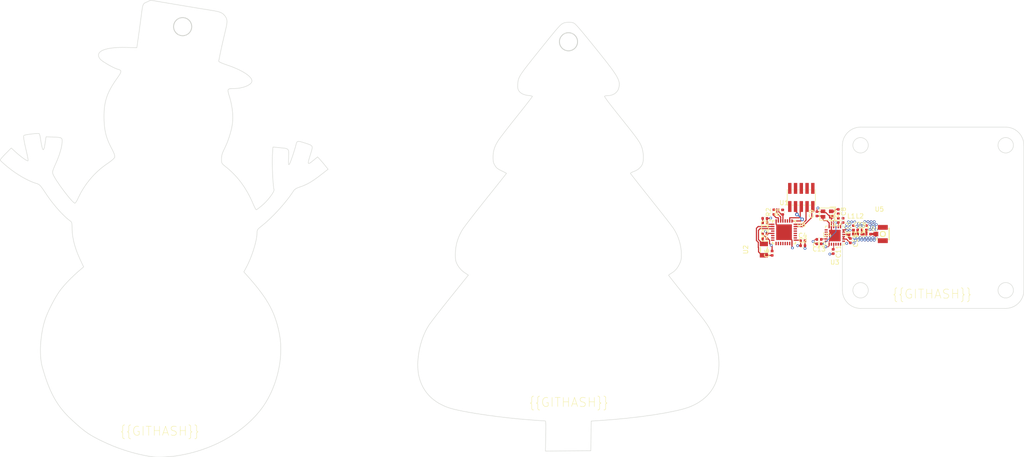
<source format=kicad_pcb>
(kicad_pcb (version 20221018) (generator pcbnew)
  (layers (0 "F.Cu" signal) (31 "B.Cu" signal) (34 "B.Paste" user) (35 "F.Paste" user) (36 "B.SilkS" user "B.Silkscreen") (37 "F.SilkS" user "F.Silkscreen") (38 "B.Mask" user) (39 "F.Mask" user) (44 "Edge.Cuts" user))
  (net 0 "")
  (net 1 "gnd")
  (net 2 "ph3_boot0")
  (net 3 "rx")
  (net 4 "tx")
  (net 5 "pb5")
  (net 6 "io-2")
  (net 7 "tdo")
  (net 8 "tdi")
  (net 9 "tck")
  (net 10 "tms")
  (net 11 "pa12")
  (net 12 "io-1")
  (net 13 "sda")
  (net 14 "scl")
  (net 15 "io")
  (net 16 "vcc")
  (net 17 "pb1")
  (net 18 "pb0")
  (net 19 "mosi")
  (net 20 "miso")
  (net 21 "sck")
  (net 22 "cs")
  (net 23 "pa3")
  (net 24 "pa2")
  (net 25 "pa1")
  (net 26 "pa0_ck_in")
  (net 27 "nrst")
  (net 28 "pc15_osc32_out")
  (net 29 "pc14_osc32_in")
  (net 30 "vcc-2")
  (net 31 "vcc-3")
  (net 32 "xta")
  (net 33 "xtb")
  (net 34 "dcc_sw")
  (net 35 "io-3")
  (net 36 "xin")
  (net 37 "gnd-2")
  (net 38 "xout")
  (net 39 "vcc-5")
  (net 40 "vcc-6")
  (net 41 "gnd-3")
  (net 42 "reset")
  (net 43 "_7")
  (net 44 "vcc-1")
  (footprint "lib:C0402" (layer "F.Cu") (at 221.754179 98.371427 90)
    (fp_text reference "C14")
    (fp_text value "50V 10nF X7R ±10% 0402  Multilayer Ceramic Capacitors MLCC - SMD/SMT ROHS")
  )
  (footprint "lib:FC-135R_L3.2-W1.5" (layer "F.Cu") (at 204.304204 104.814827 90)
    (fp_text reference "U2")
    (fp_text value "")
  )
  (footprint "lib:IPEX-SMD_BWIPX-1-001E" (layer "F.Cu") (at 229.762029 101.377436)
    (fp_text reference "U5")
    (fp_text value "")
  )
  (footprint "lib:C0402" (layer "F.Cu") (at 220.706769 98.365769 90)
    (fp_text reference "C10")
    (fp_text value "10V 470nF X5R ±10% 0402  Multilayer Ceramic Capacitors MLCC - SMD/SMT ROHS")
  )
  (footprint "lib:C0402" (layer "F.Cu") (at 204.49664 102.386488)
    (fp_text reference "C7")
    (fp_text value "50V 13pF C0G ±2% 0402  Multilayer Ceramic Capacitors MLCC - SMD/SMT ROHS")
  )
  (footprint "lib:R0402" (layer "F.Cu") (at 208.432522 96.552156 90)
    (fp_text reference "R1")
    (fp_text value "Chip Resistor - Surface Mount 330Ohms ±5% 1/16W 0402 RoHS")
  )
  (footprint "lib:C0402" (layer "F.Cu") (at 216.467276 103.545696 180)
    (fp_text reference "C13")
    (fp_text value "50V 10nF X7R ±10% 0402  Multilayer Ceramic Capacitors MLCC - SMD/SMT ROHS")
  )
  (footprint "lib:C0402" (layer "F.Cu") (at 220.701241 96.411197 -90)
    (fp_text reference "C8")
    (fp_text value "Multilayer Ceramic Capacitors MLCC - SMD/SMT 10pF 50V 0402 RoHS")
  )
  (footprint "lib:C0402" (layer "F.Cu") (at 225.472825 100.455006)
    (fp_text reference "C18")
    (fp_text value "50V 1pF C0G 0402  Multilayer Ceramic Capacitors MLCC - SMD/SMT ROHS")
  )
  (footprint "lib:C0402" (layer "F.Cu") (at 227.327373 101.409968)
    (fp_text reference "C19")
    (fp_text value "50V 100pF C0G ±5% 0402  Multilayer Ceramic Capacitors MLCC - SMD/SMT ROHS")
  )
  (footprint "lib:L0402" (layer "F.Cu") (at 223.551013 101.435824)
    (fp_text reference "L1")
    (fp_text value "")
  )
  (footprint "lib:C0402" (layer "F.Cu") (at 204.512047 97.927696 180)
    (fp_text reference "C5")
    (fp_text value "50V 10nF X7R ±10% 0402  Multilayer Ceramic Capacitors MLCC - SMD/SMT ROHS")
  )
  (footprint "lib:C0402" (layer "F.Cu") (at 226.898607 99.992821 90)
    (fp_text reference "C17")
    (fp_text value "Multilayer Ceramic Capacitors MLCC - SMD/SMT 1.2pF 50V 0402 RoHS")
  )
  (footprint "lib:L0402" (layer "F.Cu") (at 225.443771 101.425187)
    (fp_text reference "L2")
    (fp_text value "")
  )
  (footprint "lib:QFN-24_L4.0-W4.0-P0.50-BL-EP2.6" (layer "F.Cu") (at 219.946765 101.714662 180)
    (fp_text reference "U3")
    (fp_text value "")
  )
  (footprint "lib:OSC-SMD_4P-L2.0-W1.6-BL" (layer "F.Cu") (at 218.251088 96.969714 180)
    (fp_text reference "U4")
    (fp_text value "")
  )
  (footprint "lib:C0402" (layer "F.Cu") (at 216.005828 96.923669 90)
    (fp_text reference "C9")
    (fp_text value "Multilayer Ceramic Capacitors MLCC - SMD/SMT 10pF 50V 0402 RoHS")
  )
  (footprint "lib:UFQFPN-32_L5.0-W5.0-P0.50-TL-EP3.5" (layer "F.Cu") (at 208.746943 100.981884)
    (fp_text reference "U1")
    (fp_text value "")
  )
  (footprint "lib:C0402" (layer "F.Cu") (at 224.04769 100.010529 90)
    (fp_text reference "C16")
    (fp_text value "Multilayer Ceramic Capacitors MLCC - SMD/SMT 1.2pF 50V 0402 RoHS")
  )
  (footprint "lib:C0402" (layer "F.Cu") (at 219.580113 105.233726 -90)
    (fp_text reference "C11")
    (fp_text value "Multilayer Ceramic Capacitors MLCC - SMD/SMT 100nF 10V 0402 RoHS")
  )
  (footprint "lib:C0402" (layer "F.Cu") (at 212.891609 103.957462)
    (fp_text reference "C2")
    (fp_text value "Multilayer Ceramic Capacitors MLCC - SMD/SMT 100nF 10V 0402 RoHS")
  )
  (footprint "lib:C0402" (layer "F.Cu") (at 216.471718 102.571688 180)
    (fp_text reference "C12")
    (fp_text value "Multilayer Ceramic Capacitors MLCC - SMD/SMT 100nF 10V 0402 RoHS")
  )
  (footprint "lib:C0402" (layer "F.Cu") (at 204.523279 98.890028 180)
    (fp_text reference "C3")
    (fp_text value "Multilayer Ceramic Capacitors MLCC - SMD/SMT 1uF 6.3V 0402 RoHS")
  )
  (footprint "lib:HDR-SMD_10P-P1.27-V-M-R2-C5-LS5.3" (layer "F.Cu") (at 212.554272 93.305237 180)
    (fp_text reference "U6")
    (fp_text value "")
  )
  (footprint "lib:C0402" (layer "F.Cu") (at 223.366959 102.852287 -90)
    (fp_text reference "C15")
    (fp_text value "50V 1pF C0G 0402  Multilayer Ceramic Capacitors MLCC - SMD/SMT ROHS")
  )
  (footprint "lib:C0402" (layer "F.Cu") (at 204.504994 101.367282 180)
    (fp_text reference "C1")
    (fp_text value "10V 4.7uF X5R ±20% 0402  Multilayer Ceramic Capacitors MLCC - SMD/SMT ROHS")
  )
  (footprint "lib:C0402" (layer "F.Cu") (at 212.88 102.87)
    (fp_text reference "C4")
    (fp_text value "Multilayer Ceramic Capacitors MLCC - SMD/SMT 100nF 10V 0402 RoHS")
  )
  (footprint "lib:C0402" (layer "F.Cu") (at 206.116962 105.611679 90)
    (fp_text reference "C6")
    (fp_text value "50V 13pF C0G ±2% 0402  Multilayer Ceramic Capacitors MLCC - SMD/SMT ROHS")
  )
  (footprint "lib:R0402" (layer "F.Cu") (at 206.516044 96.5282 90)
    (fp_text reference "R2")
    (fp_text value "Chip Resistor - Surface Mount 10KOhms ±5% 1/16W 0402 RoHS")
  )
  (gr_circle (center 225.62 81.79) (end 227.32 81.79) (stroke (width 0.1)) (fill none) (layer "Edge.Cuts"))
  (gr_circle (center 257.62 113.79) (end 259.32 113.79) (stroke (width 0.1)) (fill none) (layer "Edge.Cuts"))
  (gr_circle (center 257.62 81.79) (end 259.32 81.79) (stroke (width 0.1)) (fill none) (layer "Edge.Cuts"))
  (gr_poly (pts (xy 75.142222 50.797022) (xy 79.756606 51.568267) (xy 82.366969 51.99203) (xy 83.019066 52.095762) (xy 83.303876 52.146979) (xy 83.563537 52.198618) (xy 83.799806 52.251323) (xy 84.01444 52.305736) (xy 84.209196 52.362498) (xy 84.385831 52.422252) (xy 84.546102 52.485641) (xy 84.691766 52.553306) (xy 84.824581 52.62589) (xy 84.946303 52.704035) (xy 85.05869 52.788383) (xy 85.163499 52.879577) (xy 85.262486 52.978258) (xy 85.357409 53.08507) (xy 85.479286 53.234958) (xy 85.586233 53.378736) (xy 85.634185 53.44915) (xy 85.678498 53.519015) (xy 85.719202 53.588656) (xy 85.75633 53.658402) (xy 85.789911 53.728576) (xy 85.819976 53.799506) (xy 85.846558 53.871517) (xy 85.869686 53.944936) (xy 85.889392 54.020089) (xy 85.905707 54.097301) (xy 85.918662 54.176899) (xy 85.928287 54.259209) (xy 85.934615 54.344557) (xy 85.937675 54.433269) (xy 85.937499 54.525672) (xy 85.934119 54.62209) (xy 85.927564 54.722851) (xy 85.917866 54.82828) (xy 85.889166 55.054449) (xy 85.848266 55.303204) (xy 85.795414 55.577155) (xy 85.730859 55.878909) (xy 85.654849 56.211077) (xy 84.878546 59.55341) (xy 84.657875 60.550977) (xy 84.450892 61.532488) (xy 84.331406 62.116419) (xy 84.229648 62.629765) (xy 84.15639 63.017063) (xy 84.122409 63.222849) (xy 84.123062 63.236814) (xy 84.127967 63.251873) (xy 84.137065 63.268001) (xy 84.150302 63.285171) (xy 84.167619 63.303357) (xy 84.188962 63.322534) (xy 84.214273 63.342674) (xy 84.243497 63.363751) (xy 84.313454 63.408613) (xy 84.398381 63.456909) (xy 84.497828 63.50843) (xy 84.611342 63.562966) (xy 84.738473 63.620306) (xy 84.878767 63.680241) (xy 85.031775 63.742561) (xy 85.197043 63.807056) (xy 85.374121 63.873515) (xy 85.562558 63.94173) (xy 85.7619 64.011489) (xy 85.971698 64.082583) (xy 86.585981 64.296029) (xy 87.172975 64.516947) (xy 87.730729 64.744054) (xy 88.257293 64.976069) (xy 88.75072 65.211708) (xy 89.209058 65.449689) (xy 89.63036 65.68873) (xy 90.012676 65.927548) (xy 90.354056 66.16486) (xy 90.652552 66.399385) (xy 90.906214 66.629839) (xy 91.113092 66.85494) (xy 91.271238 67.073405) (xy 91.378702 67.283953) (xy 91.412819 67.385857) (xy 91.433535 67.485301) (xy 91.440605 67.582123) (xy 91.433787 67.676165) (xy 91.41712 67.753004) (xy 91.390362 67.829368) (xy 91.35383 67.905131) (xy 91.307839 67.980165) (xy 91.252707 68.054343) (xy 91.188749 68.12754) (xy 91.116281 68.199626) (xy 91.03562 68.270477) (xy 90.947082 68.339964) (xy 90.850984 68.407961) (xy 90.747641 68.47434) (xy 90.637371 68.538975) (xy 90.520488 68.601739) (xy 90.39731 68.662505) (xy 90.268153 68.721145) (xy 90.133332 68.777534) (xy 89.993165 68.831543) (xy 89.847967 68.883047) (xy 89.543745 68.978027) (xy 89.223197 69.06146) (xy 88.888852 69.132329) (xy 88.54324 69.189618) (xy 88.188892 69.232313) (xy 88.009232 69.24787) (xy 87.828337 69.259397) (xy 87.646523 69.266767) (xy 87.464106 69.269854) (xy 87.202959 69.272042) (xy 86.97453 69.277492) (xy 86.777472 69.288473) (xy 86.690288 69.296746) (xy 86.610443 69.307253) (xy 86.537768 69.320276) (xy 86.472096 69.3361) (xy 86.413258 69.355009) (xy 86.361087 69.377285) (xy 86.315414 69.403211) (xy 86.276071 69.433073) (xy 86.24289 69.467154) (xy 86.215703 69.505736) (xy 86.194342 69.549103) (xy 86.178638 69.59754) (xy 86.168424 69.65133) (xy 86.163532 69.710755) (xy 86.163793 69.776101) (xy 86.169039 69.847649) (xy 86.179102 69.925685) (xy 86.193814 70.010491) (xy 86.236514 70.20155) (xy 86.295792 70.423093) (xy 86.370304 70.677389) (xy 86.458705 70.966708) (xy 86.582128 71.384478) (xy 86.694998 71.803093) (xy 86.797211 72.221567) (xy 86.888665 72.638919) (xy 86.969257 73.054166) (xy 87.038885 73.466323) (xy 87.097447 73.874409) (xy 87.144838 74.277439) (xy 87.180958 74.674432) (xy 87.205702 75.064404) (xy 87.21897 75.446371) (xy 87.220657 75.819352) (xy 87.210662 76.182361) (xy 87.188881 76.534418) (xy 87.155212 76.874538) (xy 87.109553 77.201739) (xy 86.986123 77.871628) (xy 86.830027 78.558912) (xy 86.643845 79.255662) (xy 86.430157 79.953949) (xy 86.19154 80.645848) (xy 85.930575 81.323429) (xy 85.649841 81.978766) (xy 85.351916 82.60393) (xy 85.189192 82.938586) (xy 85.118752 83.093315) (xy 85.055229 83.240939) (xy 84.998352 83.382431) (xy 84.947849 83.518761) (xy 84.903447 83.650903) (xy 84.864875 83.779828) (xy 84.831859 83.906506) (xy 84.804129 84.031911) (xy 84.781412 84.157013) (xy 84.763435 84.282785) (xy 84.749927 84.410197) (xy 84.740615 84.540223) (xy 84.735228 84.673833) (xy 84.733493 84.811999) (xy 84.736223 85.129082) (xy 84.741369 85.261496) (xy 84.750575 85.379459) (xy 84.764997 85.485194) (xy 84.774524 85.534172) (xy 84.785789 85.580928) (xy 84.798934 85.625739) (xy 84.814106 85.668884) (xy 84.831447 85.710641) (xy 84.851104 85.751288) (xy 84.873219 85.791103) (xy 84.897937 85.830364) (xy 84.925403 85.869349) (xy 84.955761 85.908337) (xy 84.989155 85.947605) (xy 85.02573 85.987432) (xy 85.109 86.069873) (xy 85.206725 86.157886) (xy 85.320061 86.253696) (xy 85.598185 86.477602) (xy 86.096863 86.886277) (xy 86.577755 87.306529) (xy 87.04138 87.739064) (xy 87.488258 88.184586) (xy 87.918909 88.6438) (xy 88.333852 89.117412) (xy 88.733607 89.606125) (xy 89.118694 90.110646) (xy 89.489632 90.631678) (xy 89.846941 91.169927) (xy 90.19114 91.726098) (xy 90.52275 92.300895) (xy 90.84229 92.895024) (xy 91.150279 93.509189) (xy 91.447237 94.144095) (xy 91.733683 94.800448) (xy 91.84059 95.047283) (xy 91.945802 95.277558) (xy 92.046625 95.486234) (xy 92.140364 95.668271) (xy 92.224324 95.818627) (xy 92.295813 95.932265) (xy 92.326039 95.973739) (xy 92.352136 96.004143) (xy 92.373767 96.022848) (xy 92.382804 96.027616) (xy 92.390597 96.029223) (xy 92.399173 96.028006) (xy 92.410522 96.024397) (xy 92.441219 96.010237) (xy 92.482045 95.987221) (xy 92.53236 95.955824) (xy 92.591521 95.916524) (xy 92.658887 95.869798) (xy 92.815666 95.755976) (xy 92.997564 95.618173) (xy 93.199447 95.460204) (xy 93.416182 95.285885) (xy 93.642634 95.099032) (xy 93.891007 94.882848) (xy 94.141366 94.648628) (xy 94.390948 94.400061) (xy 94.636991 94.140836) (xy 94.87673 93.874641) (xy 95.107403 93.605164) (xy 95.326247 93.336095) (xy 95.530498 93.071122) (xy 95.717394 92.813933) (xy 95.884171 92.568218) (xy 96.028066 92.337665) (xy 96.146316 92.125962) (xy 96.236159 91.936798) (xy 96.294829 91.773863) (xy 96.311612 91.703383) (xy 96.319566 91.640844) (xy 96.318345 91.586706) (xy 96.307605 91.54143) (xy 96.264441 91.378418) (xy 96.221593 91.121805) (xy 96.138989 90.373142) (xy 96.064068 89.386161) (xy 96.001109 88.251583) (xy 95.954389 87.060129) (xy 95.928186 85.902519) (xy 95.926777 84.869474) (xy 95.95444 84.051714) (xy 96.07471 82.177477) (xy 97.36716 82.304781) (xy 98.13507 82.379263) (xy 98.441266 82.413109) (xy 98.700599 82.449744) (xy 98.916803 82.492956) (xy 99.009898 82.518212) (xy 99.09361 82.546534) (xy 99.168406 82.578395) (xy 99.234753 82.614268) (xy 99.293117 82.654627) (xy 99.343964 82.699946) (xy 99.387763 82.750698) (xy 99.424978 82.807357) (xy 99.456076 82.870396) (xy 99.481525 82.94029) (xy 99.501791 83.017511) (xy 99.51734 83.102533) (xy 99.536155 83.297877) (xy 99.541702 83.530109) (xy 99.537716 83.803018) (xy 99.51607 84.486025) (xy 99.501811 85.019341) (xy 99.495778 85.429631) (xy 99.49953 85.727933) (xy 99.505563 85.838537) (xy 99.514626 85.925284) (xy 99.526915 85.989553) (xy 99.542625 86.032723) (xy 99.551823 86.046828) (xy 99.56195 86.056175) (xy 99.573029 86.060938) (xy 99.585085 86.061289) (xy 99.612224 86.049443) (xy 99.643564 86.022019) (xy 99.679299 85.980395) (xy 99.719623 85.925951) (xy 99.770963 85.835961) (xy 99.83738 85.6921) (xy 100.00736 85.267042) (xy 100.213404 84.699332) (xy 100.439353 84.037526) (xy 100.669049 83.330178) (xy 100.886332 82.625845) (xy 101.075044 81.973082) (xy 101.219027 81.420443) (xy 101.232451 81.367288) (xy 101.246658 81.317349) (xy 101.261814 81.270604) (xy 101.278084 81.227032) (xy 101.295634 81.186611) (xy 101.314631 81.149321) (xy 101.33524 81.115138) (xy 101.357628 81.084043) (xy 101.381959 81.056013) (xy 101.4084 81.031027) (xy 101.437117 81.009064) (xy 101.468275 80.990102) (xy 101.502041 80.974119) (xy 101.538581 80.961095) (xy 101.578059 80.951007) (xy 101.620643 80.943835) (xy 101.666497 80.939556) (xy 101.715788 80.938149) (xy 101.768682 80.939594) (xy 101.825345 80.943867) (xy 101.885942 80.950949) (xy 101.950639 80.960817) (xy 102.019603 80.97345) (xy 102.092998 80.988826) (xy 102.170992 81.006924) (xy 102.253749 81.027723) (xy 102.434219 81.077337) (xy 102.635734 81.137495) (xy 102.859622 81.208025) (xy 103.581471 81.438726) (xy 103.868146 81.535185) (xy 104.108644 81.625316) (xy 104.212356 81.669476) (xy 104.305459 81.713816) (xy 104.388264 81.758923) (xy 104.461082 81.805384) (xy 104.524226 81.853787) (xy 104.578006 81.904719) (xy 104.622735 81.958768) (xy 104.658725 82.01652) (xy 104.686285 82.078563) (xy 104.705729 82.145484) (xy 104.717368 82.217871) (xy 104.721513 82.296311) (xy 104.718476 82.381392) (xy 104.708568 82.4737) (xy 104.692102 82.573823) (xy 104.669388 82.682348) (xy 104.606464 82.926954) (xy 104.522289 83.212218) (xy 104.300158 83.92351) (xy 104.076968 84.658354) (xy 103.993442 84.95378) (xy 103.929762 85.203046) (xy 103.886777 85.407528) (xy 103.865337 85.568604) (xy 103.862962 85.633296) (xy 103.866292 85.687652) (xy 103.875434 85.731846) (xy 103.890492 85.766049) (xy 103.911574 85.790433) (xy 103.938786 85.805172) (xy 103.972234 85.810436) (xy 104.012025 85.806398) (xy 104.058263 85.79323) (xy 104.111056 85.771105) (xy 104.236732 85.700671) (xy 104.3899 85.596472) (xy 104.571411 85.459887) (xy 105.02286 85.095065) (xy 105.918216 84.355181) (xy 106.388476 84.86751) (xy 106.496975 84.987739) (xy 106.625318 85.133369) (xy 106.92254 85.478508) (xy 107.242155 85.858286) (xy 107.546176 86.22806) (xy 108.2336 87.076296) (xy 106.72333 88.254687) (xy 106.031007 88.783192) (xy 105.392025 89.245391) (xy 105.089314 89.453516) (xy 104.796071 89.647331) (xy 104.511007 89.827593) (xy 104.232833 89.995056) (xy 103.960259 90.150478) (xy 103.691998 90.294613) (xy 103.426759 90.428217) (xy 103.163254 90.552046) (xy 102.900193 90.666855) (xy 102.636288 90.773401) (xy 102.370249 90.872439) (xy 102.100787 90.964724) (xy 101.955978 91.013649) (xy 101.818902 91.062832) (xy 101.689432 91.112348) (xy 101.567439 91.162273) (xy 101.452795 91.212683) (xy 101.345371 91.263651) (xy 101.245039 91.315254) (xy 101.151671 91.367567) (xy 101.065138 91.420665) (xy 100.985313 91.474624) (xy 100.912065 91.529517) (xy 100.845269 91.585421) (xy 100.784794 91.642412) (xy 100.730512 91.700563) (xy 100.682296 91.759951) (xy 100.640017 91.82065) (xy 100.313962 92.312951) (xy 99.958065 92.82026) (xy 99.575318 93.339289) (xy 99.168711 93.866747) (xy 98.741234 94.399346) (xy 98.295878 94.933795) (xy 97.835635 95.466804) (xy 97.363494 95.995083) (xy 96.882446 96.515343) (xy 96.395482 97.024295) (xy 95.905593 97.518647) (xy 95.415769 97.995111) (xy 94.929002 98.450396) (xy 94.44828 98.881213) (xy 93.976596 99.284272) (xy 93.51694 99.656283) (xy 93.364132 99.777198) (xy 93.228349 99.887118) (xy 93.108601 99.987555) (xy 93.003899 100.080022) (xy 92.913256 100.166032) (xy 92.835682 100.247098) (xy 92.770188 100.324733) (xy 92.741662 100.362737) (xy 92.715786 100.40045) (xy 92.692435 100.438062) (xy 92.671487 100.475762) (xy 92.652817 100.513738) (xy 92.636302 100.552181) (xy 92.621819 100.591279) (xy 92.609244 100.631221) (xy 92.589322 100.714395) (xy 92.575548 100.803215) (xy 92.566934 100.899195) (xy 92.56249 101.003847) (xy 92.561229 101.118685) (xy 92.548214 101.459191) (xy 92.510172 101.840399) (xy 92.448603 102.257479) (xy 92.365007 102.705605) (xy 92.260885 103.179948) (xy 92.137739 103.675679) (xy 91.997068 104.187971) (xy 91.840373 104.711996) (xy 91.669155 105.242926) (xy 91.484915 105.775933) (xy 91.289154 106.306188) (xy 91.083372 106.828864) (xy 90.86907 107.339132) (xy 90.647749 107.832164) (xy 90.420909 108.303133) (xy 90.190051 108.74721) (xy 89.658061 109.729433) (xy 90.799319 111.025652) (xy 91.552256 111.894452) (xy 92.247519 112.726345) (xy 92.887901 113.52649) (xy 93.476195 114.300047) (xy 94.015193 115.052178) (xy 94.507688 115.788042) (xy 94.956473 116.5128) (xy 95.364341 117.231612) (xy 95.734083 117.949638) (xy 96.068493 118.672038) (xy 96.370364 119.403974) (xy 96.642488 120.150605) (xy 96.887657 120.917091) (xy 97.108665 121.708593) (xy 97.308304 122.530271) (xy 97.489367 123.387286) (xy 97.659586 124.435519) (xy 97.764545 125.512723) (xy 97.805707 126.613102) (xy 97.784533 127.73086) (xy 97.702485 128.860202) (xy 97.561026 129.995332) (xy 97.361618 131.130454) (xy 97.105722 132.259774) (xy 96.794801 133.377494) (xy 96.430316 134.47782) (xy 96.01373 135.554956) (xy 95.546505 136.603107) (xy 95.030102 137.616476) (xy 94.465984 138.589268) (xy 93.855613 139.515689) (xy 93.20045 140.389941) (xy 92.386005 141.350273) (xy 91.510226 142.273552) (xy 90.576227 143.158109) (xy 89.587122 144.002278) (xy 88.546024 144.80439) (xy 87.456048 145.562779) (xy 86.320308 146.275777) (xy 85.141916 146.941716) (xy 83.923988 147.558929) (xy 82.669636 148.125749) (xy 81.381976 148.640508) (xy 80.06412 149.101539) (xy 78.719182 149.507174) (xy 77.350277 149.855747) (xy 75.960518 150.145589) (xy 74.553019 150.375033) (xy 73.862872 150.459306) (xy 73.131633 150.525975) (xy 72.383923 150.574372) (xy 71.644361 150.603827) (xy 70.93757 150.613671) (xy 70.288169 150.603235) (xy 69.720779 150.57185) (xy 69.475532 150.548093) (xy 69.26002 150.518847) (xy 69.260051 150.518832) (xy 67.831835 150.262486) (xy 66.416949 149.953785) (xy 65.016193 149.592984) (xy 63.630368 149.180338) (xy 62.260274 148.716103) (xy 60.90671 148.200532) (xy 59.570477 147.633881) (xy 58.252375 147.016405) (xy 57.283074 146.528505) (xy 56.847829 146.298277) (xy 56.438641 146.072324) (xy 56.050351 145.846994) (xy 55.6778 145.618633) (xy 55.315827 145.383588) (xy 54.959273 145.138205) (xy 54.602979 144.87883) (xy 54.241783 144.601811) (xy 53.870528 144.303492) (xy 53.484054 143.980222) (xy 52.644807 143.244211) (xy 51.682765 142.36455) (xy 51.097036 141.804159) (xy 50.54538 141.238954) (xy 50.025658 140.665073) (xy 49.535731 140.078649) (xy 49.07346 139.475819) (xy 48.636705 138.852719) (xy 48.223328 138.205483) (xy 47.831189 137.530249) (xy 47.458149 136.823151) (xy 47.10207 136.080325) (xy 46.760812 135.297907) (xy 46.432236 134.472032) (xy 46.114202 133.598836) (xy 45.804573 132.674455) (xy 45.501208 131.695024) (xy 45.201968 130.656679) (xy 45.078569 130.147371) (xy 44.978794 129.594224) (xy 44.90231 129.00242) (xy 44.848785 128.377144) (xy 44.817886 127.723579) (xy 44.809281 127.046907) (xy 44.822637 126.352311) (xy 44.857621 125.644974) (xy 44.913901 124.93008) (xy 44.991145 124.212811) (xy 45.089019 123.498351) (xy 45.207191 122.791883) (xy 45.345328 122.098589) (xy 45.503099 121.423652) (xy 45.68017 120.772256) (xy 45.876208 120.149584) (xy 46.005143 119.787909) (xy 46.154924 119.401263) (xy 46.508073 118.570286) (xy 46.917749 117.69111) (xy 47.366047 116.79819) (xy 47.83506 115.92598) (xy 48.306883 115.108937) (xy 48.76361 114.381515) (xy 48.980717 114.062179) (xy 49.187335 113.77817) (xy 49.387433 113.519297) (xy 49.599256 113.255538) (xy 50.056372 112.715109) (xy 50.555279 112.160374) (xy 51.092575 111.594824) (xy 51.664855 111.021952) (xy 52.268718 110.445248) (xy 52.900758 109.868205) (xy 53.557574 109.294314) (xy 54.329783 108.634142) (xy 53.616031 107.110232) (xy 53.390001 106.6154) (xy 53.179365 106.128819) (xy 52.984012 105.650049) (xy 52.803829 105.178652) (xy 52.638704 104.71419) (xy 52.488525 104.256224) (xy 52.353181 103.804315) (xy 52.232559 103.358025) (xy 52.126547 102.916915) (xy 52.035034 102.480548) (xy 51.957906 102.048484) (xy 51.895053 101.620284) (xy 51.846363 101.195511) (xy 51.811722 100.773726) (xy 51.79102 100.35449) (xy 51.784144 99.937365) (xy 51.780657 99.620612) (xy 51.776007 99.482669) (xy 51.769161 99.357285) (xy 51.759927 99.243666) (xy 51.748111 99.141014) (xy 51.733519 99.048534) (xy 51.715958 98.96543) (xy 51.695233 98.890904) (xy 51.671153 98.824161) (xy 51.643523 98.764406) (xy 51.612149 98.71084) (xy 51.576839 98.662669) (xy 51.537399 98.619096) (xy 51.493635 98.579325) (xy 51.445353 98.542559) (xy 51.149902 98.324092) (xy 50.839064 98.073347) (xy 50.514896 97.792628) (xy 50.179453 97.484238) (xy 49.834791 97.150482) (xy 49.482966 96.793665) (xy 49.126033 96.41609) (xy 48.766047 96.020062) (xy 48.405065 95.607885) (xy 48.045142 95.181864) (xy 47.688333 94.744302) (xy 47.336694 94.297504) (xy 46.992281 93.843774) (xy 46.657149 93.385417) (xy 46.333354 92.924737) (xy 46.022952 92.464037) (xy 45.611719 91.844971) (xy 45.279782 91.362091) (xy 45.137757 91.165551) (xy 45.008606 90.995655) (xy 44.89001 90.849933) (xy 44.779654 90.725918) (xy 44.675221 90.621143) (xy 44.574392 90.533138) (xy 44.474852 90.459437) (xy 44.374284 90.397571) (xy 44.27037 90.345073) (xy 44.160793 90.299474) (xy 44.043237 90.258307) (xy 43.915385 90.219103) (xy 43.593888 90.117525) (xy 43.255864 89.996009) (xy 42.903268 89.855657) (xy 42.538058 89.697573) (xy 42.162189 89.522858) (xy 41.777618 89.332616) (xy 41.386301 89.127951) (xy 40.990194 88.909964) (xy 40.591254 88.679759) (xy 40.191438 88.438438) (xy 39.792701 88.187105) (xy 39.396999 87.926862) (xy 39.00629 87.658812) (xy 38.622529 87.384058) (xy 38.247673 87.103703) (xy 37.883677 86.81885) (xy 37.49456 86.502783) (xy 37.131548 86.199554) (xy 36.802586 85.916398) (xy 36.515619 85.660548) (xy 36.278593 85.439239) (xy 36.099452 85.259705) (xy 36.034071 85.187865) (xy 35.986141 85.129182) (xy 35.956654 85.08456) (xy 35.946605 85.054903) (xy 35.948192 85.042433) (xy 35.952903 85.026953) (xy 35.971384 84.987332) (xy 36.001425 84.936776) (xy 36.042403 84.876021) (xy 36.093695 84.805804) (xy 36.154681 84.726859) (xy 36.224736 84.639924) (xy 36.303239 84.545735) (xy 36.389567 84.445026) (xy 36.483097 84.338536) (xy 36.689276 84.11115) (xy 36.916796 83.869466) (xy 37.037003 83.745102) (xy 37.160678 83.619372) (xy 38.374759 82.395922) (xy 39.365809 83.301684) (xy 39.814301 83.698656) (xy 40.266196 84.075272) (xy 40.704205 84.419302) (xy 41.111041 84.718514) (xy 41.469414 84.960676) (xy 41.625024 85.056541) (xy 41.762035 85.133557) (xy 41.878286 85.190195) (xy 41.971615 85.224926) (xy 42.039863 85.236222) (xy 42.063905 85.232603) (xy 42.080867 85.222552) (xy 42.085566 85.215268) (xy 42.089233 85.203934) (xy 42.093537 85.169549) (xy 42.093921 85.120268) (xy 42.090523 85.056964) (xy 42.083485 84.98051) (xy 42.072948 84.891778) (xy 42.059051 84.79164) (xy 42.041937 84.68097) (xy 41.998614 84.43152) (xy 41.944105 84.150408) (xy 41.879534 83.844615) (xy 41.806025 83.52112) (xy 41.578977 82.541169) (xy 41.399614 81.732306) (xy 41.265507 81.079136) (xy 41.174225 80.56626) (xy 41.123338 80.17828) (xy 41.112283 80.026315) (xy 41.110416 79.899799) (xy 41.117432 79.796809) (xy 41.133029 79.71542) (xy 41.156901 79.653706) (xy 41.188746 79.609743) (xy 41.213078 79.592846) (xy 41.252556 79.575085) (xy 41.372962 79.537437) (xy 41.541984 79.497733) (xy 41.751641 79.456905) (xy 42.26094 79.37561) (xy 42.837013 79.301016) (xy 43.416018 79.240586) (xy 43.934111 79.201782) (xy 44.150364 79.192822) (xy 44.327447 79.192067) (xy 44.45738 79.20045) (xy 44.532183 79.218905) (xy 44.538527 79.223215) (xy 44.545097 79.229471) (xy 44.551878 79.23762) (xy 44.558855 79.247608) (xy 44.573336 79.272888) (xy 44.588416 79.304879) (xy 44.603974 79.343154) (xy 44.619887 79.387282) (xy 44.636031 79.436835) (xy 44.652284 79.491383) (xy 44.668525 79.550496) (xy 44.684629 79.613746) (xy 44.700475 79.680703) (xy 44.715939 79.750937) (xy 44.7309 79.82402) (xy 44.745234 79.899521) (xy 44.75882 79.977012) (xy 44.771533 80.056063) (xy 44.946351 81.130774) (xy 45.025944 81.564983) (xy 45.101061 81.931234) (xy 45.172253 82.230134) (xy 45.24007 82.462288) (xy 45.305063 82.628302) (xy 45.336673 82.686696) (xy 45.367783 82.728781) (xy 45.398463 82.754634) (xy 45.428781 82.764331) (xy 45.458807 82.757947) (xy 45.488608 82.735557) (xy 45.518254 82.697238) (xy 45.547814 82.643066) (xy 45.606951 82.487462) (xy 45.666568 82.269351) (xy 45.727218 81.98934) (xy 45.78945 81.648032) (xy 45.853816 81.246035) (xy 46.055377 79.918581) (xy 47.417926 79.96628) (xy 48.109143 79.993687) (xy 48.392021 80.009194) (xy 48.636741 80.027435) (xy 48.846051 80.049559) (xy 49.022696 80.076715) (xy 49.169424 80.110051) (xy 49.288982 80.150717) (xy 49.339431 80.174158) (xy 49.384117 80.199861) (xy 49.423385 80.227972) (xy 49.457577 80.258632) (xy 49.487036 80.291987) (xy 49.512107 80.32818) (xy 49.533132 80.367353) (xy 49.550455 80.409652) (xy 49.575367 80.504197) (xy 49.589592 80.612965) (xy 49.595876 80.737105) (xy 49.596965 80.877764) (xy 49.590289 81.099803) (xy 49.571905 81.336737) (xy 49.542029 81.587807) (xy 49.500879 81.852253) (xy 49.448672 82.129318) (xy 49.385623 82.418243) (xy 49.311951 82.718269) (xy 49.227873 83.028637) (xy 49.133604 83.34859) (xy 49.029362 83.677367) (xy 48.915364 84.014212) (xy 48.791827 84.358364) (xy 48.658967 84.709065) (xy 48.517002 85.065558) (xy 48.366148 85.427082) (xy 48.206622 85.792879) (xy 47.949769 86.374791) (xy 47.755997 86.832451) (xy 47.68104 87.021721) (xy 47.619784 87.188367) (xy 47.571537 87.335205) (xy 47.535609 87.465048) (xy 47.511311 87.580709) (xy 47.497952 87.685002) (xy 47.494842 87.78074) (xy 47.501291 87.870737) (xy 47.516609 87.957807) (xy 47.540106 88.044763) (xy 47.571091 88.134418) (xy 47.608874 88.229586) (xy 47.761079 88.551834) (xy 47.975096 88.939463) (xy 48.241913 89.380584) (xy 48.55252 89.863307) (xy 49.269066 90.905997) (xy 50.052651 91.972411) (xy 50.831193 92.967426) (xy 51.196047 93.408433) (xy 51.532609 93.795921) (xy 51.831869 94.117998) (xy 52.084818 94.362774) (xy 52.282443 94.518359) (xy 52.357694 94.558989) (xy 52.415736 94.572863) (xy 52.426811 94.571375) (xy 52.439084 94.56696) (xy 52.452509 94.559691) (xy 52.467041 94.549641) (xy 52.482633 94.536883) (xy 52.499239 94.521489) (xy 52.516813 94.503532) (xy 52.535309 94.483086) (xy 52.574881 94.435018) (xy 52.617586 94.377866) (xy 52.663055 94.312214) (xy 52.710918 94.238646) (xy 52.760808 94.157745) (xy 52.812354 94.070093) (xy 52.865187 93.976276) (xy 52.918939 93.876875) (xy 52.97324 93.772474) (xy 53.02772 93.663657) (xy 53.082012 93.551007) (xy 53.135745 93.435107) (xy 53.405424 92.869327) (xy 53.69623 92.311615) (xy 54.007442 91.76282) (xy 54.338342 91.223792) (xy 54.688208 90.695381) (xy 55.05632 90.178436) (xy 55.441958 89.673808) (xy 55.844402 89.182347) (xy 56.262932 88.704901) (xy 56.696828 88.242322) (xy 57.145369 87.795459) (xy 57.607836 87.365163) (xy 58.083508 86.952281) (xy 58.571665 86.557666) (xy 59.071586 86.182166) (xy 59.582553 85.826632) (xy 59.914962 85.598282) (xy 60.214172 85.3804) (xy 60.477869 85.17504) (xy 60.595674 85.077698) (xy 60.703732 84.984257) (xy 60.801753 84.894974) (xy 60.889447 84.810106) (xy 60.966524 84.72991) (xy 61.032694 84.654642) (xy 61.087669 84.584559) (xy 61.131158 84.519919) (xy 61.162872 84.460977) (xy 61.182521 84.407992) (xy 61.189444 84.378526) (xy 61.194656 84.347449) (xy 61.198136 84.314702) (xy 61.199864 84.280227) (xy 61.197977 84.205863) (xy 61.188829 84.123892) (xy 61.172254 84.033852) (xy 61.148084 83.935279) (xy 61.116154 83.82771) (xy 61.076297 83.71068) (xy 61.028345 83.583727) (xy 60.972134 83.446388) (xy 60.907495 83.298197) (xy 60.834263 83.138693) (xy 60.75227 82.967412) (xy 60.661351 82.783889) (xy 60.561339 82.587662) (xy 60.452067 82.378268) (xy 60.237971 81.961359) (xy 60.041673 81.555601) (xy 59.862568 81.158484) (xy 59.700049 80.767498) (xy 59.553508 80.380135) (xy 59.422339 79.993885) (xy 59.305935 79.60624) (xy 59.203689 79.21469) (xy 59.114995 78.816725) (xy 59.039245 78.409838) (xy 58.975833 77.991518) (xy 58.924151 77.559256) (xy 58.883594 77.110544) (xy 58.853553 76.642872) (xy 58.833423 76.153731) (xy 58.822596 75.640612) (xy 58.82378 75.019765) (xy 58.843433 74.425285) (xy 58.882591 73.854032) (xy 58.942291 73.302869) (xy 59.023569 72.768658) (xy 59.127459 72.248262) (xy 59.255 71.738542) (xy 59.407225 71.236361) (xy 59.585172 70.73858) (xy 59.789877 70.242062) (xy 60.022374 69.743669) (xy 60.283701 69.240263) (xy 60.574893 68.728705) (xy 60.896986 68.205859) (xy 61.251015 67.668586) (xy 61.638018 67.113749) (xy 61.84244 66.825076) (xy 62.020375 66.566593) (xy 62.17201 66.336298) (xy 62.29753 66.132187) (xy 62.397121 65.95226) (xy 62.470968 65.794512) (xy 62.498296 65.72333) (xy 62.519258 65.656942) (xy 62.533877 65.595098) (xy 62.542176 65.537547) (xy 62.544179 65.484039) (xy 62.539908 65.434323) (xy 62.529387 65.388151) (xy 62.512639 65.34527) (xy 62.489688 65.305431) (xy 62.460556 65.268384) (xy 62.425267 65.233878) (xy 62.383844 65.201662) (xy 62.33631 65.171487) (xy 62.282689 65.143103) (xy 62.157276 65.090703) (xy 62.007792 65.042459) (xy 61.834422 64.996371) (xy 61.657986 64.943069) (xy 61.445562 64.862593) (xy 61.203024 64.758325) (xy 60.93625 64.633653) (xy 60.353499 64.336631) (xy 59.744319 63.998608) (xy 59.155721 63.646664) (xy 58.634716 63.307879) (xy 58.414252 63.151884) (xy 58.228316 63.009334) (xy 58.082783 62.883614) (xy 57.983531 62.778109) (xy 57.869943 62.622242) (xy 57.777351 62.470362) (xy 57.705558 62.322559) (xy 57.654369 62.178917) (xy 57.623588 62.039526) (xy 57.613018 61.904471) (xy 57.622463 61.773839) (xy 57.651728 61.647718) (xy 57.700616 61.526195) (xy 57.768931 61.409356) (xy 57.856477 61.297289) (xy 57.963058 61.190081) (xy 58.088479 61.087819) (xy 58.232542 60.99059) (xy 58.395052 60.89848) (xy 58.575812 60.811578) (xy 58.774627 60.72997) (xy 58.991301 60.653743) (xy 59.225638 60.582984) (xy 59.477441 60.51778) (xy 59.746514 60.458218) (xy 60.032661 60.404385) (xy 60.335687 60.356369) (xy 60.655395 60.314256) (xy 60.991589 60.278134) (xy 61.344073 60.248089) (xy 61.712651 60.224208) (xy 62.097127 60.20658) (xy 62.497305 60.195289) (xy 62.912988 60.190424) (xy 63.343981 60.192072) (xy 63.790088 60.20032) (xy 66.056857 60.258219) (xy 66.273486 58.80189) (xy 66.542465 56.891029) (xy 66.884944 54.341891) (xy 67.190183 52.053843) (xy 67.248082 51.679802) (xy 67.303557 51.37005) (xy 67.359078 51.117137) (xy 67.417116 50.913616) (xy 67.48014 50.752035) (xy 67.55062 50.624945) (xy 67.631027 50.524898) (xy 67.72383 50.444442) (xy 67.831501 50.37613) (xy 67.956508 50.312512) (xy 68.268412 50.169558) (xy 69.100734 49.778315)) (stroke (width 0.1)) (fill none) (layer "Edge.Cuts"))
  (gr_arc (start 261.62 113.79) (mid 260.448427 116.618427) (end 257.62 117.79) (stroke (width 0.1)) (layer "Edge.Cuts"))
  (gr_arc (start 225.62 117.79) (mid 222.791573 116.618427) (end 221.62 113.79) (stroke (width 0.1)) (layer "Edge.Cuts"))
  (gr_line (start 261.62 113.79) (end 261.62 81.79) (stroke (width 0.1)) (layer "Edge.Cuts"))
  (gr_circle (center 161.229974 58.946031) (end 163.229974 58.946031) (stroke (width 0.2)) (fill none) (layer "Edge.Cuts"))
  (gr_line (start 221.62 81.79) (end 221.62 113.79) (stroke (width 0.1)) (layer "Edge.Cuts"))
  (gr_arc (start 257.62 77.79) (mid 260.448427 78.961573) (end 261.62 81.79) (stroke (width 0.1)) (layer "Edge.Cuts"))
  (gr_poly (pts (xy 161.429183 54.643361) (xy 161.588699 54.648976) (xy 161.743405 54.660128) (xy 161.8913 54.67685) (xy 162.030385 54.699174) (xy 162.158659 54.727132) (xy 162.274122 54.760758) (xy 162.374774 54.800082) (xy 162.418214 54.822065) (xy 162.465501 54.850416) (xy 162.517128 54.885713) (xy 162.573587 54.928531) (xy 162.702967 55.039035) (xy 162.857578 55.186538) (xy 163.041357 55.37565) (xy 163.258241 55.610981) (xy 163.512165 55.897139) (xy 163.807067 56.238735) (xy 164.146884 56.640378) (xy 164.53555 57.106678) (xy 164.977005 57.642244) (xy 165.475183 58.251687) (xy 166.657456 59.710639) (xy 168.113864 61.520411) (xy 169.490282 63.25197) (xy 170.562092 64.650979) (xy 170.993296 65.243203) (xy 171.359779 65.7732) (xy 171.665351 66.247941) (xy 171.913823 66.674396) (xy 172.109006 67.059535) (xy 172.254708 67.41033) (xy 172.354741 67.733749) (xy 172.412915 68.036764) (xy 172.433041 68.326344) (xy 172.418927 68.609461) (xy 172.374385 68.893084) (xy 172.303226 69.184183) (xy 172.274597 69.278158) (xy 172.242 69.369887) (xy 172.205507 69.459324) (xy 172.165188 69.546423) (xy 172.121114 69.631137) (xy 172.073357 69.713419) (xy 172.021987 69.793223) (xy 171.967076 69.870502) (xy 171.908694 69.945208) (xy 171.846914 70.017296) (xy 171.781806 70.08672) (xy 171.71344 70.153431) (xy 171.641889 70.217383) (xy 171.567223 70.278531) (xy 171.489513 70.336826) (xy 171.408831 70.392223) (xy 171.325247 70.444674) (xy 171.238833 70.494134) (xy 171.14966 70.540554) (xy 171.057799 70.58389) (xy 170.96332 70.624093) (xy 170.866295 70.661118) (xy 170.766796 70.694917) (xy 170.664893 70.725444) (xy 170.560657 70.752652) (xy 170.45416 70.776495) (xy 170.345472 70.796926) (xy 170.234664 70.813898) (xy 170.121809 70.827364) (xy 170.006976 70.837278) (xy 169.890237 70.843593) (xy 169.771663 70.846262) (xy 169.726607 70.847177) (xy 169.681188 70.849133) (xy 169.590479 70.855957) (xy 169.501974 70.8663) (xy 169.418107 70.879728) (xy 169.378675 70.887463) (xy 169.341315 70.895806) (xy 169.306334 70.904703) (xy 169.274034 70.9141) (xy 169.244721 70.923942) (xy 169.218699 70.934176) (xy 169.196272 70.944746) (xy 169.177745 70.955599) (xy 169.171643 70.965792) (xy 169.172154 70.983757) (xy 169.17922 71.009417) (xy 169.192785 71.042693) (xy 169.239181 71.131786) (xy 169.310885 71.250417) (xy 169.407439 71.397965) (xy 169.528385 71.573811) (xy 169.673265 71.777334) (xy 169.841623 72.007915) (xy 170.246938 72.547768) (xy 170.740668 73.18841) (xy 171.319154 73.924882) (xy 171.978732 74.752222) (xy 174.641332 78.093405) (xy 175.537111 79.246786) (xy 176.200008 80.134787) (xy 176.673118 80.816979) (xy 176.99954 81.352933) (xy 177.222371 81.802218) (xy 177.384708 82.224406) (xy 177.462833 82.472098) (xy 177.531331 82.72855) (xy 177.59016 82.991701) (xy 177.639284 83.259489) (xy 177.678662 83.529854) (xy 177.708257 83.800735) (xy 177.728028 84.070071) (xy 177.737937 84.335802) (xy 177.737946 84.595867) (xy 177.728014 84.848205) (xy 177.708104 85.090755) (xy 177.678176 85.321456) (xy 177.638191 85.538248) (xy 177.588111 85.739069) (xy 177.527896 85.92186) (xy 177.457507 86.084559) (xy 177.391656 86.207668) (xy 177.318059 86.327563) (xy 177.236853 86.444134) (xy 177.148173 86.557272) (xy 177.052156 86.666869) (xy 176.948938 86.772814) (xy 176.838657 86.874999) (xy 176.721448 86.973315) (xy 176.597448 87.067652) (xy 176.466794 87.157903) (xy 176.32962 87.243956) (xy 176.186065 87.325705) (xy 176.036265 87.403039) (xy 175.880355 87.475849) (xy 175.718473 87.544027) (xy 175.550754 87.607462) (xy 175.482045 87.632835) (xy 175.415483 87.658969) (xy 175.351405 87.685667) (xy 175.290146 87.712731) (xy 175.23204 87.739963) (xy 175.177423 87.767164) (xy 175.126631 87.794136) (xy 175.079997 87.820681) (xy 175.037859 87.846601) (xy 175.00055 87.871698) (xy 174.968407 87.895773) (xy 174.941764 87.918629) (xy 174.920956 87.940066) (xy 174.90632 87.959888) (xy 174.898189 87.977896) (xy 174.896668 87.986157) (xy 174.8969 87.993891) (xy 174.922027 88.037315) (xy 174.991394 88.135797) (xy 175.25375 88.486297) (xy 176.209258 89.720013) (xy 177.617844 91.508896) (xy 179.333926 93.666804) (xy 181.092323 95.879526) (xy 182.616098 97.817656) (xy 183.742073 99.272256) (xy 184.307071 100.034388) (xy 184.515284 100.360502) (xy 184.7117 100.694247) (xy 184.896111 101.034954) (xy 185.068309 101.381957) (xy 185.228084 101.734588) (xy 185.375229 102.092181) (xy 185.509535 102.454068) (xy 185.630794 102.819582) (xy 185.738797 103.188056) (xy 185.833335 103.558822) (xy 185.914201 103.931214) (xy 185.981186 104.304563) (xy 186.034081 104.678204) (xy 186.072678 105.051468) (xy 186.096768 105.423689) (xy 186.106143 105.794199) (xy 186.105091 106.172735) (xy 186.095928 106.491761) (xy 186.087599 106.633067) (xy 186.076394 106.764426) (xy 186.062032 106.887483) (xy 186.044229 107.003882) (xy 186.022703 107.115265) (xy 185.997171 107.223277) (xy 185.967351 107.329562) (xy 185.932961 107.435763) (xy 185.893716 107.543524) (xy 185.849336 107.654488) (xy 185.744037 107.892603) (xy 185.654537 108.079442) (xy 185.563285 108.257402) (xy 185.469989 108.426825) (xy 185.374358 108.588053) (xy 185.276102 108.741425) (xy 185.174928 108.887283) (xy 185.070547 109.025968) (xy 184.962667 109.15782) (xy 184.850997 109.283181) (xy 184.735246 109.402392) (xy 184.615122 109.515794) (xy 184.490336 109.623727) (xy 184.360596 109.726532) (xy 184.22561 109.824551) (xy 184.085088 109.918125) (xy 183.938739 110.007593) (xy 183.810996 110.084401) (xy 183.691836 110.159793) (xy 183.583867 110.231854) (xy 183.489696 110.298666) (xy 183.41193 110.358313) (xy 183.380014 110.384851) (xy 183.353176 110.408878) (xy 183.331744 110.430155) (xy 183.316042 110.448443) (xy 183.306397 110.463502) (xy 183.303947 110.469746) (xy 183.303134 110.475092) (xy 183.318272 110.503511) (xy 183.362609 110.567965) (xy 183.532916 110.797359) (xy 183.802115 111.148045) (xy 184.158269 111.604794) (xy 185.08369 112.775559) (xy 186.213672 114.187815) (xy 189.362188 118.120691) (xy 190.402126 119.447898) (xy 191.169656 120.462983) (xy 191.727633 121.251467) (xy 192.13891 121.898876) (xy 192.466342 122.490732) (xy 192.772785 123.112559) (xy 193.051147 123.726705) (xy 193.303988 124.346147) (xy 193.531154 124.969731) (xy 193.732492 125.596305) (xy 193.907848 126.224716) (xy 194.05707 126.853811) (xy 194.180003 127.482437) (xy 194.276494 128.109442) (xy 194.346391 128.733673) (xy 194.389538 129.353977) (xy 194.405784 129.969202) (xy 194.394974 130.578194) (xy 194.356955 131.1798) (xy 194.291575 131.772869) (xy 194.198678 132.356247) (xy 194.078113 132.928782) (xy 193.929544 133.476781) (xy 193.74781 134.009233) (xy 193.533455 134.525547) (xy 193.287022 135.025131) (xy 193.009057 135.507395) (xy 192.700103 135.971748) (xy 192.360704 136.4176) (xy 191.991405 136.844359) (xy 191.592749 137.251434) (xy 191.165282 137.638235) (xy 190.709547 138.004171) (xy 190.226087 138.348651) (xy 189.715449 138.671084) (xy 189.178175 138.970879) (xy 188.61481 139.247446) (xy 188.025897 139.500193) (xy 187.387382 139.730873) (xy 186.62691 139.962173) (xy 185.752713 140.192844) (xy 184.773022 140.421641) (xy 182.530085 140.868622) (xy 179.96395 141.293139) (xy 177.140466 141.685214) (xy 174.125485 142.034872) (xy 170.984858 142.332135) (xy 167.784435 142.567026) (xy 166.231372 142.664027) (xy 166.19247 145.936793) (xy 166.153667 149.209559) (xy 161.14812 149.247553) (xy 156.142551 149.285548) (xy 156.211231 145.955256) (xy 156.23825 144.264273) (xy 156.238691 143.682086) (xy 156.22939 143.24944) (xy 156.209575 142.946836) (xy 156.195482 142.838207) (xy 156.178471 142.754778) (xy 156.158445 142.69411) (xy 156.135307 142.653767) (xy 156.108961 142.631312) (xy 156.079311 142.624308) (xy 155.214992 142.57575) (xy 153.588337 142.458798) (xy 151.746032 142.31468) (xy 150.23476 142.184626) (xy 147.951424 141.950142) (xy 145.645248 141.676286) (xy 143.382545 141.373503) (xy 141.229626 141.052239) (xy 139.252805 140.722941) (xy 137.518395 140.396054) (xy 136.092708 140.082025) (xy 135.042056 139.7913) (xy 134.381421 139.556594) (xy 133.752014 139.295735) (xy 133.153989 139.00888) (xy 132.587501 138.696185) (xy 132.052705 138.357807) (xy 131.549756 137.993902) (xy 131.078809 137.604627) (xy 130.64002 137.190138) (xy 130.233542 136.750592) (xy 129.859531 136.286146) (xy 129.518141 135.796955) (xy 129.209529 135.283176) (xy 128.933847 134.744967) (xy 128.691252 134.182482) (xy 128.481899 133.59588) (xy 128.305942 132.985316) (xy 128.169056 132.349397) (xy 128.072975 131.677754) (xy 128.016707 130.975694) (xy 127.999256 130.248525) (xy 128.019631 129.501555) (xy 128.076838 128.740093) (xy 128.169883 127.969445) (xy 128.297773 127.19492) (xy 128.459515 126.421826) (xy 128.654115 125.65547) (xy 128.880581 124.901161) (xy 129.137918 124.164206) (xy 129.425134 123.449914) (xy 129.741235 122.763591) (xy 130.085228 122.110547) (xy 130.456119 121.496088) (xy 130.678839 121.176405) (xy 131.044408 120.681658) (xy 131.533542 120.036727) (xy 132.126955 119.266491) (xy 133.549488 117.449628) (xy 135.157733 115.430109) (xy 139.156955 110.449519) (xy 138.361812 109.926661) (xy 138.191303 109.808793) (xy 138.024907 109.682349) (xy 137.863136 109.547997) (xy 137.706502 109.406407) (xy 137.555518 109.258246) (xy 137.410696 109.104183) (xy 137.27255 108.944887) (xy 137.141591 108.781027) (xy 137.018333 108.613271) (xy 136.903287 108.442289) (xy 136.796967 108.268748) (xy 136.699885 108.093317) (xy 136.612554 107.916666) (xy 136.535485 107.739462) (xy 136.469192 107.562375) (xy 136.414188 107.386072) (xy 136.393025 107.303561) (xy 136.373683 107.213821) (xy 136.356172 107.117074) (xy 136.340506 107.013541) (xy 136.326696 106.903442) (xy 136.314755 106.786999) (xy 136.296527 106.535963) (xy 136.28592 106.262201) (xy 136.28303 105.96748) (xy 136.287955 105.653567) (xy 136.300792 105.32223) (xy 136.322244 104.998512) (xy 136.354436 104.675622) (xy 136.397314 104.353731) (xy 136.450821 104.033012) (xy 136.514903 103.713637) (xy 136.589505 103.395777) (xy 136.67457 103.079605) (xy 136.770045 102.765293) (xy 136.875873 102.453014) (xy 136.991999 102.142939) (xy 137.118369 101.83524) (xy 137.254926 101.53009) (xy 137.401615 101.227661) (xy 137.558383 100.928125) (xy 137.725172 100.631653) (xy 137.901927 100.338419) (xy 138.126212 100.011097) (xy 138.51292 99.483877) (xy 139.040899 98.784161) (xy 139.688993 97.939352) (xy 141.260913 95.92407) (xy 143.059451 93.657252) (xy 146.236175 89.672407) (xy 147.202546 88.449633) (xy 147.557468 87.987986) (xy 147.556054 87.984938) (xy 147.551858 87.980582) (xy 147.535398 87.968089) (xy 147.508643 87.9508) (xy 147.472146 87.929003) (xy 147.372145 87.873051) (xy 147.239832 87.802557) (xy 147.079641 87.719846) (xy 146.896006 87.62724) (xy 146.693363 87.527063) (xy 146.476146 87.421641) (xy 146.164445 87.267635) (xy 146.029652 87.197126) (xy 145.907363 87.129704) (xy 145.796428 87.064435) (xy 145.695696 87.000386) (xy 145.604016 86.936623) (xy 145.520238 86.872216) (xy 145.443212 86.806229) (xy 145.371787 86.737731) (xy 145.304812 86.665788) (xy 145.241137 86.589467) (xy 145.179611 86.507836) (xy 145.119084 86.419962) (xy 145.058406 86.324911) (xy 144.996425 86.221751) (xy 144.936178 86.116882) (xy 144.882127 86.017884) (xy 144.833953 85.923336) (xy 144.791331 85.831816) (xy 144.753942 85.741904) (xy 144.721463 85.652177) (xy 144.693573 85.561215) (xy 144.669949 85.467596) (xy 144.65027 85.3699) (xy 144.634215 85.266704) (xy 144.621462 85.156587) (xy 144.611688 85.038128) (xy 144.604572 84.909906) (xy 144.599793 84.7705) (xy 144.597029 84.618488) (xy 144.595958 84.452448) (xy 144.599628 84.195279) (xy 144.611925 83.944089) (xy 144.633095 83.698112) (xy 144.663381 83.456583) (xy 144.703029 83.218738) (xy 144.752282 82.983811) (xy 144.811387 82.751037) (xy 144.880586 82.519652) (xy 144.960125 82.28889) (xy 145.050249 82.057986) (xy 145.151202 81.826176) (xy 145.26323 81.592694) (xy 145.386575 81.356776) (xy 145.521483 81.117655) (xy 145.6682 80.874568) (xy 145.826969 80.626749) (xy 146.032392 80.333611) (xy 146.358724 79.892071) (xy 147.30702 78.650511) (xy 148.537667 77.075522) (xy 149.916477 75.340556) (xy 151.237226 73.678901) (xy 152.309769 72.303534) (xy 153.024068 71.357417) (xy 153.212489 71.090004) (xy 153.258499 71.015527) (xy 153.270084 70.983515) (xy 153.265966 70.978423) (xy 153.259854 70.973183) (xy 153.251803 70.967809) (xy 153.241867 70.96231) (xy 153.216558 70.950987) (xy 153.184364 70.939307) (xy 153.14572 70.927361) (xy 153.101062 70.915241) (xy 153.050827 70.903038) (xy 152.995449 70.890845) (xy 152.935366 70.878753) (xy 152.871013 70.866854) (xy 152.802825 70.855239) (xy 152.73124 70.844002) (xy 152.656692 70.833232) (xy 152.579618 70.823023) (xy 152.500454 70.813465) (xy 152.419635 70.804652) (xy 152.231149 70.781807) (xy 152.048915 70.752885) (xy 151.873161 70.717993) (xy 151.704112 70.677241) (xy 151.541996 70.63074) (xy 151.387039 70.578598) (xy 151.239467 70.520925) (xy 151.099507 70.457831) (xy 150.967385 70.389425) (xy 150.843329 70.315816) (xy 150.727564 70.237115) (xy 150.620318 70.153431) (xy 150.521817 70.064872) (xy 150.432287 69.97155) (xy 150.351955 69.873574) (xy 150.281047 69.771052) (xy 150.239903 69.703254) (xy 150.203083 69.636552) (xy 150.170436 69.569895) (xy 150.141808 69.502228) (xy 150.117043 69.432499) (xy 150.095989 69.359654) (xy 150.078492 69.282642) (xy 150.064398 69.200408) (xy 150.053553 69.111901) (xy 150.045804 69.016066) (xy 150.040997 68.911851) (xy 150.038978 68.798203) (xy 150.039593 68.674069) (xy 150.042688 68.538396) (xy 150.04811 68.39013) (xy 150.055705 68.22822) (xy 150.072415 67.962758) (xy 150.098332 67.715002) (xy 150.116664 67.59479) (xy 150.139604 67.475438) (xy 150.16792 67.355755) (xy 150.202381 67.234552) (xy 150.243756 67.110641) (xy 150.292814 66.982832) (xy 150.350322 66.849936) (xy 150.41705 66.710763) (xy 150.493766 66.564125) (xy 150.58124 66.408832) (xy 150.680239 66.243695) (xy 150.791532 66.067525) (xy 150.915888 65.879133) (xy 151.054076 65.677329) (xy 151.375022 65.228731) (xy 151.760519 64.712216) (xy 152.216716 64.11827) (xy 152.749763 63.437382) (xy 153.365808 62.660036) (xy 154.871494 60.777918) (xy 157.351611 57.70227) (xy 158.182147 56.694478) (xy 158.801918 55.969401) (xy 159.257611 55.474061) (xy 159.595914 55.15548) (xy 159.735634 55.045918) (xy 159.863513 54.960679) (xy 160.107097 54.83668) (xy 160.2199 54.793912) (xy 160.345893 54.756391) (xy 160.483077 54.724149) (xy 160.629452 54.697218) (xy 160.783018 54.67563) (xy 160.941774 54.659418) (xy 161.10372 54.648615) (xy 161.266857 54.643252)) (stroke (width 0.1)) (fill none) (layer "Edge.Cuts"))
  (gr_line (start 257.62 77.79) (end 225.62 77.79) (stroke (width 0.1)) (layer "Edge.Cuts"))
  (gr_arc (start 221.62 81.79) (mid 222.791573 78.961573) (end 225.62 77.79) (stroke (width 0.1)) (layer "Edge.Cuts"))
  (gr_circle (center 225.62 113.79) (end 227.32 113.79) (stroke (width 0.1)) (fill none) (layer "Edge.Cuts"))
  (gr_circle (center 76.165146 55.61107) (end 78.165146 55.61107) (stroke (width 0.2)) (fill none) (layer "Edge.Cuts"))
  (gr_line (start 225.62 117.79) (end 257.62 117.79) (stroke (width 0.1)) (layer "Edge.Cuts"))
  (gr_text "{{GITHASH}}" (at 152.4 139.7) (layer "F.SilkS") (effects (font (size 2 2) (thickness 0.1)) (justify left bottom)))
  (gr_text "{{GITHASH}}" (at 62.23 146.05) (layer "F.SilkS") (effects (font (size 2 2) (thickness 0.1)) (justify left bottom)))
  (gr_text "{{GITHASH}}" (at 232.508427 115.791573) (layer "F.SilkS") (effects (font (size 2 2) (thickness 0.1)) (justify left bottom)))
  (segment (start 222.499334 102.464662) (end 223.366959 103.332287) (width 0.15) (layer "F.Cu") (net 1))
  (segment (start 205.556943 103.49167) (end 205.917129 103.851856) (width 0.25) (layer "F.Cu") (net 1))
  (segment (start 220.701241 96.891197) (end 220.701241 97.880241) (width 0.15) (layer "F.Cu") (net 1))
  (segment (start 206.996943 99.231884) (end 208.746943 100.981884) (width 0.25) (layer "F.Cu") (net 1))
  (segment (start 205.556943 102.751884) (end 205.556943 103.49167) (width 0.25) (layer "F.Cu") (net 1))
  (segment (start 206.116962 104.051689) (end 205.917129 103.851856) (width 0.25) (layer "F.Cu") (net 1))
  (segment (start 204.97664 102.326537) (end 204.024994 101.374891) (width 0.25) (layer "F.Cu") (net 1))
  (segment (start 222.511765 102.499662) (end 223.34439 103.332287) (width 0.25) (layer "F.Cu") (net 1))
  (segment (start 219.494737 105.799102) (end 219.580113 105.713726) (width 0.15) (layer "F.Cu") (net 1))
  (segment (start 205.191547 102.386488) (end 205.556943 102.751884) (width 0.25) (layer "F.Cu") (net 1))
  (segment (start 213.371609 104.558553) (end 213.371609 103.957462) (width 0.25) (layer "F.Cu") (net 1))
  (segment (start 204.97664 102.386488) (end 205.191547 102.386488) (width 0.25) (layer "F.Cu") (net 1))
  (segment (start 221.856765 101.964662) (end 221.856765 102.464662) (width 0.25) (layer "F.Cu") (net 1))
  (segment (start 218.848092 105.799102) (end 219.494737 105.799102) (width 0.15) (layer "F.Cu") (net 1))
  (segment (start 221.856765 100.464662) (end 222.44274 100.464662) (width 0.25) (layer "F.Cu") (net 1))
  (segment (start 206.996943 98.491884) (end 206.996943 98.256884) (width 0.25) (layer "F.Cu") (net 1))
  (segment (start 206.996943 98.491884) (end 206.996943 99.231884) (width 0.25) (layer "F.Cu") (net 1))
  (segment (start 210.496943 104.335628) (end 210.606316 104.445001) (width 0.25) (layer "F.Cu") (net 1))
  (segment (start 204.024994 101.374891) (end 204.024994 101.367282) (width 0.25) (layer "F.Cu") (net 1))
  (segment (start 204.032047 97.920087) (end 204.032047 97.927696) (width 0.25) (layer "F.Cu") (net 1))
  (segment (start 215.68703 103.545696) (end 215.162909 103.021575) (width 0.15) (layer "F.Cu") (net 1))
  (segment (start 204.97664 102.386488) (end 204.97664 102.326537) (width 0.25) (layer "F.Cu") (net 1))
  (segment (start 210.496943 103.471884) (end 210.496943 102.731884) (width 0.25) (layer "F.Cu") (net 1))
  (segment (start 206.116962 105.131679) (end 206.116962 104.051689) (width 0.25) (layer "F.Cu") (net 1))
  (segment (start 221.891765 102.499662) (end 222.511765 102.499662) (width 0.25) (layer "F.Cu") (net 1))
  (segment (start 204.043279 97.938928) (end 204.032047 97.927696) (width 0.25) (layer "F.Cu") (net 1))
  (segment (start 221.856765 102.464662) (end 221.891765 102.499662) (width 0.25) (layer "F.Cu") (net 1))
  (segment (start 215.612796 102.571688) (end 215.162909 103.021575) (width 0.15) (layer "F.Cu") (net 1))
  (segment (start 222.44274 100.464662) (end 222.44274 99.932883) (width 0.25) (layer "F.Cu") (net 1))
  (segment (start 204.043279 98.890028) (end 204.043279 97.938928) (width 0.25) (layer "F.Cu") (net 1))
  (segment (start 210.496943 103.471884) (end 210.496943 104.335628) (width 0.25) (layer "F.Cu") (net 1))
  (segment (start 220.701241 97.880241) (end 220.706769 97.885769) (width 0.15) (layer "F.Cu") (net 1))
  (segment (start 221.856765 100.964662) (end 221.856765 100.464662) (width 0.25) (layer "F.Cu") (net 1))
  (segment (start 213.371609 103.957462) (end 213.371609 102.881609) (width 0.25) (layer "F.Cu") (net 1))
  (segment (start 210.496943 102.731884) (end 208.746943 100.981884) (width 0.25) (layer "F.Cu") (net 1))
  (segment (start 215.991718 102.571688) (end 215.612796 102.571688) (width 0.15) (layer "F.Cu") (net 1))
  (segment (start 223.34439 103.332287) (end 223.366959 103.332287) (width 0.25) (layer "F.Cu") (net 1))
  (segment (start 213.371609 102.881609) (end 213.36 102.87) (width 0.25) (layer "F.Cu") (net 1))
  (segment (start 215.987276 103.545696) (end 215.68703 103.545696) (width 0.15) (layer "F.Cu") (net 1))
  (via (at 222.635425 100.578073) (size 0.6) (drill 0.3) (layers "F.Cu" "B.Cu") (net 1))
  (via (at 215.162909 103.021575) (size 0.6) (drill 0.3) (layers "F.Cu" "B.Cu") (net 1))
  (via (at 205.917129 103.851856) (size 0.6) (drill 0.3) (layers "F.Cu" "B.Cu") (net 1))
  (via (at 210.606316 104.445001) (size 0.6) (drill 0.3) (layers "F.Cu" "B.Cu") (net 1))
  (via (at 222.44274 99.932883) (size 0.6) (drill 0.3) (layers "F.Cu" "B.Cu") (net 1))
  (via (at 213.371609 104.558553) (size 0.6) (drill 0.3) (layers "F.Cu" "B.Cu") (net 1))
  (via (at 218.848092 105.799102) (size 0.6) (drill 0.3) (layers "F.Cu" "B.Cu") (net 1))
  (segment (start 207.01 97.791884) (end 207.461943 97.791884) (width 0.25) (layer "F.Cu") (net 2))
  (segment (start 207.461943 97.791884) (end 207.496943 97.826884) (width 0.25) (layer "F.Cu") (net 2))
  (segment (start 206.516044 97.0382) (end 206.516044 97.297928) (width 0.25) (layer "F.Cu") (net 2))
  (segment (start 206.516044 97.297928) (end 207.01 97.791884) (width 0.25) (layer "F.Cu") (net 2))
  (segment (start 207.496943 97.826884) (end 207.496943 98.491884) (width 0.25) (layer "F.Cu") (net 2))
  (segment (start 207.996943 98.491884) (end 207.996943 97.597115) (width 0.25) (layer "F.Cu") (net 3))
  (segment (start 207.161044 96.761216) (end 207.161044 95.801883) (width 0.25) (layer "F.Cu") (net 3))
  (segment (start 207.996943 97.597115) (end 207.161044 96.761216) (width 0.25) (layer "F.Cu") (net 3))
  (segment (start 207.161044 96.761216) (end 207.161044 96.671044) (width 0.25) (layer "F.Cu") (net 3))
  (segment (start 219.926088 96.42463) (end 219.871172 96.369714) (width 0.15) (layer "F.Cu") (net 4))
  (segment (start 219.926088 98.238672) (end 219.926088 96.42463) (width 0.15) (layer "F.Cu") (net 4))
  (segment (start 207.611044 96.30778) (end 207.611044 95.873856) (width 0.25) (layer "F.Cu") (net 4))
  (segment (start 219.600918 99.040188) (end 219.600918 98.563842) (width 0.15) (layer "F.Cu") (net 4))
  (segment (start 219.696765 99.804662) (end 219.696765 99.136035) (width 0.15) (layer "F.Cu") (net 4))
  (segment (start 219.726616 96.369714) (end 219.151088 96.369714) (width 0.25) (layer "F.Cu") (net 4))
  (segment (start 208.432522 97.062156) (end 208.1532 97.062156) (width 0.25) (layer "F.Cu") (net 4))
  (segment (start 219.696765 99.136035) (end 219.600918 99.040188) (width 0.15) (layer "F.Cu") (net 4))
  (segment (start 220.165133 95.931197) (end 219.726616 96.369714) (width 0.25) (layer "F.Cu") (net 4))
  (segment (start 220.701241 95.931197) (end 220.165133 95.931197) (width 0.25) (layer "F.Cu") (net 4))
  (segment (start 207.611044 95.873856) (end 207.617536 95.867364) (width 0.25) (layer "F.Cu") (net 4))
  (segment (start 208.1532 97.062156) (end 207.611044 96.52) (width 0.25) (layer "F.Cu") (net 4))
  (segment (start 208.653464 97.039543) (end 208.496943 97.196064) (width 0.25) (layer "F.Cu") (net 4))
  (segment (start 208.496943 97.196064) (end 208.496943 98.491884) (width 0.25) (layer "F.Cu") (net 4))
  (segment (start 219.871172 96.369714) (end 219.151088 96.369714) (width 0.15) (layer "F.Cu") (net 4))
  (segment (start 207.611044 96.52) (end 207.611044 96.30778) (width 0.25) (layer "F.Cu") (net 4))
  (segment (start 219.600918 98.563842) (end 219.926088 98.238672) (width 0.15) (layer "F.Cu") (net 4))
  (segment (start 216.005828 95.860065) (end 216.231468 95.634425) (width 0.15) (layer "F.Cu") (net 5))
  (segment (start 219.200918 97.619544) (end 219.151088 97.569714) (width 0.25) (layer "F.Cu") (net 5))
  (segment (start 218.696765 103.624662) (end 218.696765 102.964662) (width 0.15) (layer "F.Cu") (net 5))
  (segment (start 219.200918 99.180509) (end 219.200918 97.619544) (width 0.25) (layer "F.Cu") (net 5))
  (segment (start 218.007482 96.676108) (end 217.657482 96.676108) (width 0.25) (layer "F.Cu") (net 5))
  (segment (start 219.196765 99.804662) (end 219.196765 99.184662) (width 0.25) (layer "F.Cu") (net 5))
  (segment (start 219.151088 97.569714) (end 218.901088 97.569714) (width 0.25) (layer "F.Cu") (net 5))
  (segment (start 217.277133 96.443669) (end 217.351088 96.369714) (width 0.15) (layer "F.Cu") (net 5))
  (segment (start 218.696765 103.624662) (end 218.696765 104.001542) (width 0.15) (layer "F.Cu") (net 5))
  (segment (start 218.901088 97.569714) (end 218.007482 96.676108) (width 0.25) (layer "F.Cu") (net 5))
  (segment (start 219.196765 99.804662) (end 219.196765 100.964662) (width 0.25) (layer "F.Cu") (net 5))
  (segment (start 216.005828 96.443669) (end 217.277133 96.443669) (width 0.15) (layer "F.Cu") (net 5))
  (segment (start 219.196765 100.964662) (end 219.946765 101.714662) (width 0.25) (layer "F.Cu") (net 5))
  (segment (start 219.196765 99.184662) (end 219.200918 99.180509) (width 0.25) (layer "F.Cu") (net 5))
  (segment (start 218.502477 104.19583) (end 217.945652 104.19583) (width 0.15) (layer "F.Cu") (net 5))
  (segment (start 218.696765 102.964662) (end 219.946765 101.714662) (width 0.15) (layer "F.Cu") (net 5))
  (segment (start 217.657482 96.676108) (end 217.351088 96.369714) (width 0.25) (layer "F.Cu") (net 5))
  (segment (start 218.696765 104.001542) (end 218.502477 104.19583) (width 0.15) (layer "F.Cu") (net 5))
  (segment (start 216.005828 96.443669) (end 216.005828 95.860065) (width 0.15) (layer "F.Cu") (net 5))
  (via (at 223.170541 99.911525) (size 0.6) (drill 0.3) (layers "F.Cu" "B.Cu") (net 5))
  (via (at 225.189262 99.075791) (size 0.6) (drill 0.3) (layers "F.Cu" "B.Cu") (net 5))
  (via (at 227.261846 98.663491) (size 0.6) (drill 0.3) (layers "F.Cu" "B.Cu") (net 5))
  (via (at 228.638454 98.663491) (size 0.6) (drill 0.3) (layers "F.Cu" "B.Cu") (net 5))
  (via (at 224.814452 99.666402) (size 0.6) (drill 0.3) (layers "F.Cu" "B.Cu") (net 5))
  (via (at 223.63952 98.705098) (size 0.6) (drill 0.3) (layers "F.Cu" "B.Cu") (net 5))
  (via (at 227.254665 102.735705) (size 0.6) (drill 0.3) (layers "F.Cu" "B.Cu") (net 5))
  (via (at 222.951216 98.705098) (size 0.6) (drill 0.3) (layers "F.Cu" "B.Cu") (net 5))
  (via (at 228.308824 102.214826) (size 0.6) (drill 0.3) (layers "F.Cu" "B.Cu") (net 5))
  (via (at 225.884258 102.710901) (size 0.6) (drill 0.3) (layers "F.Cu" "B.Cu") (net 5))
  (via (at 223.248861 99.275584) (size 0.6) (drill 0.3) (layers "F.Cu" "B.Cu") (net 5))
  (via (at 226.572562 102.710901) (size 0.6) (drill 0.3) (layers "F.Cu" "B.Cu") (net 5))
  (via (at 217.945652 104.19583) (size 0.6) (drill 0.3) (layers "F.Cu" "B.Cu") (net 5))
  (via (at 229.071971 99.278178) (size 0.6) (drill 0.3) (layers "F.Cu" "B.Cu") (net 5))
  (via (at 222.558734 103.43804) (size 0.6) (drill 0.3) (layers "F.Cu" "B.Cu") (net 5))
  (via (at 225.195954 102.710901) (size 0.6) (drill 0.3) (layers "F.Cu" "B.Cu") (net 5))
  (via (at 227.695363 100.404027) (size 0.6) (drill 0.3) (layers "F.Cu" "B.Cu") (net 5))
  (via (at 228.631273 102.735705) (size 0.6) (drill 0.3) (layers "F.Cu" "B.Cu") (net 5))
  (via (at 226.250113 102.190022) (size 0.6) (drill 0.3) (layers "F.Cu" "B.Cu") (net 5))
  (via (at 228.733068 99.847573) (size 0.6) (drill 0.3) (layers "F.Cu" "B.Cu") (net 5))
  (via (at 226.19106 99.666402) (size 0.6) (drill 0.3) (layers "F.Cu" "B.Cu") (net 5))
  (via (at 225.502756 99.666402) (size 0.6) (drill 0.3) (layers "F.Cu" "B.Cu") (net 5))
  (via (at 224.873505 102.190022) (size 0.6) (drill 0.3) (layers "F.Cu" "B.Cu") (net 5))
  (via (at 229.071971 100.404027) (size 0.6) (drill 0.3) (layers "F.Cu" "B.Cu") (net 5))
  (via (at 227.695363 99.278178) (size 0.6) (drill 0.3) (layers "F.Cu" "B.Cu") (net 5))
  (via (at 226.932216 102.214826) (size 0.6) (drill 0.3) (layers "F.Cu" "B.Cu") (net 5))
  (via (at 224.193832 102.267912) (size 0.6) (drill 0.3) (layers "F.Cu" "B.Cu") (net 5))
  (via (at 227.62052 102.214826) (size 0.6) (drill 0.3) (layers "F.Cu" "B.Cu") (net 5))
  (via (at 222.554357 99.287985) (size 0.6) (drill 0.3) (layers "F.Cu" "B.Cu") (net 5))
  (via (at 228.383667 99.278178) (size 0.6) (drill 0.3) (layers "F.Cu" "B.Cu") (net 5))
  (via (at 227.95015 98.663491) (size 0.6) (drill 0.3) (layers "F.Cu" "B.Cu") (net 5))
  (via (at 226.562343 98.663491) (size 0.6) (drill 0.3) (layers "F.Cu" "B.Cu") (net 5))
  (via (at 228.383667 100.404027) (size 0.6) (drill 0.3) (layers "F.Cu" "B.Cu") (net 5))
  (via (at 224.516281 102.788791) (size 0.6) (drill 0.3) (layers "F.Cu" "B.Cu") (net 5))
  (via (at 225.561809 102.190022) (size 0.6) (drill 0.3) (layers "F.Cu" "B.Cu") (net 5))
  (via (at 224.327824 98.705098) (size 0.6) (drill 0.3) (layers "F.Cu" "B.Cu") (net 5))
  (via (at 224.15628 103.366307) (size 0.6) (drill 0.3) (layers "F.Cu" "B.Cu") (net 5))
  (via (at 223.292585 100.568685) (size 0.6) (drill 0.3) (layers "F.Cu" "B.Cu") (net 5))
  (via (at 229.015729 102.202424) (size 0.6) (drill 0.3) (layers "F.Cu" "B.Cu") (net 5))
  (via (at 228.044764 99.847573) (size 0.6) (drill 0.3) (layers "F.Cu" "B.Cu") (net 5))
  (via (at 225.901478 99.097007) (size 0.6) (drill 0.3) (layers "F.Cu" "B.Cu") (net 5))
  (via (at 227.942969 102.735705) (size 0.6) (drill 0.3) (layers "F.Cu" "B.Cu") (net 5))
  (via (at 216.231468 95.634425) (size 0.6) (drill 0.3) (layers "F.Cu" "B.Cu") (net 5))
  (segment (start 217.371132 97.589758) (end 217.351088 97.569714) (width 0.25) (layer "F.Cu") (net 6))
  (segment (start 217.257719 97.663083) (end 217.351088 97.569714) (width 0.25) (layer "F.Cu") (net 6))
  (segment (start 218.162753 98.39183) (end 218.696765 98.925842) (width 0.25) (layer "F.Cu") (net 6))
  (segment (start 217.351088 97.569714) (end 217.351088 98.219714) (width 0.25) (layer "F.Cu") (net 6))
  (segment (start 217.185043 97.403669) (end 217.351088 97.569714) (width 0.25) (layer "F.Cu") (net 6))
  (segment (start 216.005828 97.403669) (end 217.185043 97.403669) (width 0.25) (layer "F.Cu") (net 6))
  (segment (start 218.696765 98.925842) (end 218.696765 99.804662) (width 0.25) (layer "F.Cu") (net 6))
  (segment (start 217.351088 98.219714) (end 217.523204 98.39183) (width 0.25) (layer "F.Cu") (net 6))
  (segment (start 217.523204 98.39183) (end 218.162753 98.39183) (width 0.25) (layer "F.Cu") (net 6))
  (segment (start 209.996943 97.826884) (end 210.033827 97.79) (width 0.25) (layer "F.Cu") (net 7))
  (segment (start 210.033827 97.79) (end 212.09 97.79) (width 0.25) (layer "F.Cu") (net 7))
  (segment (start 209.996943 98.491884) (end 209.996943 97.826884) (width 0.25) (layer "F.Cu") (net 7))
  (segment (start 212.09 97.79) (end 212.323405 97.556595) (width 0.25) (layer "F.Cu") (net 7))
  (segment (start 212.323405 97.556595) (end 212.323405 96.07307) (width 0.25) (layer "F.Cu") (net 7))
  (segment (start 211.598905 96.61857) (end 211.053405 96.07307) (width 0.25) (layer "F.Cu") (net 8))
  (segment (start 211.598905 97.0655) (end 211.598905 96.61857) (width 0.25) (layer "F.Cu") (net 8))
  (segment (start 212.412715 98.491884) (end 212.760778 98.143821) (width 0.25) (layer "F.Cu") (net 8))
  (segment (start 210.496943 98.491884) (end 212.412715 98.491884) (width 0.25) (layer "F.Cu") (net 8))
  (via (at 211.598905 97.0655) (size 0.8) (drill 0.4) (layers "F.Cu" "B.Cu") (net 8))
  (via (at 212.760778 98.143821) (size 0.8) (drill 0.4) (layers "F.Cu" "B.Cu") (net 8))
  (segment (start 211.598905 97.0655) (end 211.682457 97.0655) (width 0.25) (layer "B.Cu") (net 8))
  (segment (start 211.682457 97.0655) (end 212.760778 98.143821) (width 0.25) (layer "B.Cu") (net 8))
  (segment (start 213.593405 96.07307) (end 213.593405 98.336499) (width 0.25) (layer "F.Cu") (net 9))
  (segment (start 212.69802 99.231884) (end 211.236943 99.231884) (width 0.25) (layer "F.Cu") (net 9))
  (segment (start 213.593405 98.336499) (end 212.69802 99.231884) (width 0.25) (layer "F.Cu") (net 9))
  (segment (start 212.834416 99.731884) (end 211.236943 99.731884) (width 0.25) (layer "F.Cu") (net 10))
  (segment (start 214.863405 97.702895) (end 212.834416 99.731884) (width 0.25) (layer "F.Cu") (net 10))
  (segment (start 214.863405 96.07307) (end 214.863405 97.702895) (width 0.25) (layer "F.Cu") (net 10))
  (segment (start 212.261884 102.731884) (end 212.4 102.87) (width 0.25) (layer "F.Cu") (net 16))
  (segment (start 204.670383 100.805437) (end 204.984994 101.120048) (width 0.25) (layer "F.Cu") (net 16))
  (segment (start 205.035704 101.231884) (end 204.994485 101.273103) (width 0.25) (layer "F.Cu") (net 16))
  (segment (start 206.256943 99.231884) (end 205.345135 99.231884) (width 0.25) (layer "F.Cu") (net 16))
  (segment (start 211.766763 103.957462) (end 212.411609 103.957462) (width 0.25) (layer "F.Cu") (net 16))
  (segment (start 217.058744 102.464662) (end 216.951718 102.571688) (width 0.15) (layer "F.Cu") (net 16))
  (segment (start 205.739003 97.927696) (end 204.992047 97.927696) (width 0.25) (layer "F.Cu") (net 16))
  (segment (start 205.810629 97.85607) (end 205.739003 97.927696) (width 0.25) (layer "F.Cu") (net 16))
  (segment (start 218.036765 102.464662) (end 217.058744 102.464662) (width 0.15) (layer "F.Cu") (net 16))
  (segment (start 211.236943 102.731884) (end 212.261884 102.731884) (width 0.25) (layer "F.Cu") (net 16))
  (segment (start 219.696765 104.637074) (end 219.580113 104.753726) (width 0.15) (layer "F.Cu") (net 16))
  (segment (start 212.411609 102.881609) (end 212.4 102.87) (width 0.25) (layer "F.Cu") (net 16))
  (segment (start 206.256943 101.231884) (end 205.035704 101.231884) (width 0.25) (layer "F.Cu") (net 16))
  (segment (start 208.653044 96.019963) (end 208.653464 96.019543) (width 0.25) (layer "F.Cu") (net 16))
  (segment (start 211.759415 103.950114) (end 211.766763 103.957462) (width 0.25) (layer "F.Cu") (net 16))
  (segment (start 205.003279 97.938928) (end 204.992047 97.927696) (width 0.25) (layer "F.Cu") (net 16))
  (segment (start 212.411609 103.957462) (end 212.411609 102.881609) (width 0.25) (layer "F.Cu") (net 16))
  (segment (start 204.984994 101.120048) (end 204.984994 101.367282) (width 0.25) (layer "F.Cu") (net 16))
  (segment (start 205.003279 98.890028) (end 205.003279 97.938928) (width 0.25) (layer "F.Cu") (net 16))
  (segment (start 219.696765 103.624662) (end 219.696765 104.637074) (width 0.15) (layer "F.Cu") (net 16))
  (segment (start 205.345135 99.231884) (end 205.003279 98.890028) (width 0.25) (layer "F.Cu") (net 16))
  (via (at 204.670383 100.805437) (size 0.6) (drill 0.3) (layers "F.Cu" "B.Cu") (net 16))
  (via (at 211.759415 103.950114) (size 0.6) (drill 0.3) (layers "F.Cu" "B.Cu") (net 16))
  (via (at 205.810629 97.85607) (size 0.6) (drill 0.3) (layers "F.Cu" "B.Cu") (net 16))
  (segment (start 205.184018 100.181384) (end 203.484962 100.181384) (width 0.25) (layer "F.Cu") (net 28))
  (segment (start 206.256943 100.231884) (end 205.234518 100.231884) (width 0.25) (layer "F.Cu") (net 28))
  (segment (start 203.116943 102.615677) (end 204.04342 103.542154) (width 0.25) (layer "F.Cu") (net 28))
  (segment (start 203.116943 100.549403) (end 203.116943 102.615677) (width 0.25) (layer "F.Cu") (net 28))
  (segment (start 205.234518 100.231884) (end 205.184018 100.181384) (width 0.25) (layer "F.Cu") (net 28))
  (segment (start 204.04342 103.542154) (end 204.468931 103.542154) (width 0.25) (layer "F.Cu") (net 28))
  (segment (start 204.073791 103.147014) (end 204.073791 102.363572) (width 0.25) (layer "F.Cu") (net 28))
  (segment (start 204.073791 102.363572) (end 204.030363 102.320144) (width 0.25) (layer "F.Cu") (net 28))
  (segment (start 203.484962 100.181384) (end 203.116943 100.549403) (width 0.25) (layer "F.Cu") (net 28))
  (segment (start 204.468931 103.542154) (end 204.073791 103.147014) (width 0.25) (layer "F.Cu") (net 28))
  (segment (start 203.125965 104.389827) (end 203.125965 105.31572) (width 0.25) (layer "F.Cu") (net 29))
  (segment (start 202.666943 100.104406) (end 202.666943 102.802073) (width 0.25) (layer "F.Cu") (net 29))
  (segment (start 203.125965 105.31572) (end 203.901924 106.091679) (width 0.25) (layer "F.Cu") (net 29))
  (segment (start 203.901924 106.091679) (end 206.116962 106.091679) (width 0.25) (layer "F.Cu") (net 29))
  (segment (start 203.079204 103.214334) (end 203.079204 104.343066) (width 0.25) (layer "F.Cu") (net 29))
  (segment (start 206.256943 99.731884) (end 203.039465 99.731884) (width 0.25) (layer "F.Cu") (net 29))
  (segment (start 203.079204 104.343066) (end 203.125965 104.389827) (width 0.25) (layer "F.Cu") (net 29))
  (segment (start 203.039465 99.731884) (end 202.666943 100.104406) (width 0.25) (layer "F.Cu") (net 29))
  (segment (start 202.666943 102.802073) (end 203.079204 103.214334) (width 0.25) (layer "F.Cu") (net 29))
  (segment (start 221.196765 99.804662) (end 221.196765 99.408841) (width 0.15) (layer "F.Cu") (net 30))
  (segment (start 221.196765 99.408841) (end 221.754179 98.851427) (width 0.15) (layer "F.Cu") (net 30))
  (segment (start 218.036765 102.964662) (end 218.036765 103.044792) (width 0.15) (layer "F.Cu") (net 31))
  (segment (start 220.219672 98.845769) (end 220.706769 98.845769) (width 0.15) (layer "F.Cu") (net 31))
  (segment (start 220.706769 98.845769) (end 220.706769 99.794658) (width 0.15) (layer "F.Cu") (net 31))
  (segment (start 217.996385 103.005042) (end 218.036765 102.964662) (width 0.15) (layer "F.Cu") (net 31))
  (segment (start 220.175918 98.802015) (end 220.219672 98.845769) (width 0.15) (layer "F.Cu") (net 31))
  (segment (start 217.61252 103.469037) (end 217.535861 103.545696) (width 0.15) (layer "F.Cu") (net 31))
  (segment (start 218.036765 103.044792) (end 217.535861 103.545696) (width 0.15) (layer "F.Cu") (net 31))
  (segment (start 220.706769 99.794658) (end 220.696765 99.804662) (width 0.15) (layer "F.Cu") (net 31))
  (segment (start 217.535861 103.545696) (end 216.947276 103.545696) (width 0.15) (layer "F.Cu") (net 31))
  (via (at 217.61252 103.469037) (size 0.6) (drill 0.3) (layers "F.Cu" "B.Cu") (net 31))
  (via (at 220.175918 98.802015) (size 0.6) (drill 0.3) (layers "F.Cu" "B.Cu") (net 31))
  (segment (start 217.61252 103.469037) (end 220.175918 100.905639) (width 0.15) (layer "B.Cu") (net 31))
  (segment (start 220.175918 100.905639) (end 220.175918 98.802015) (width 0.15) (layer "B.Cu") (net 31))
  (segment (start 223.066013 102.071341) (end 223.366959 102.372287) (width 0.5) (layer "F.Cu") (net 35))
  (segment (start 223.066013 101.435824) (end 222.636765 101.435824) (width 0.5) (layer "F.Cu") (net 35))
  (segment (start 222.636765 101.435824) (end 222.607927 101.464662) (width 0.25) (layer "F.Cu") (net 35))
  (segment (start 223.066013 101.435824) (end 223.066013 102.071341) (width 0.5) (layer "F.Cu") (net 35))
  (segment (start 222.607927 101.464662) (end 221.856765 101.464662) (width 0.25) (layer "F.Cu") (net 35))
  (segment (start 224.04665 101.425187) (end 224.036013 101.435824) (width 0.5) (layer "F.Cu") (net 39))
  (segment (start 224.958771 101.425187) (end 224.04665 101.425187) (width 0.5) (layer "F.Cu") (net 39))
  (segment (start 224.958771 100.48906) (end 224.992825 100.455006) (width 0.5) (layer "F.Cu") (net 39))
  (segment (start 224.04769 101.424147) (end 224.036013 101.435824) (width 0.5) (layer "F.Cu") (net 39))
  (segment (start 224.04769 100.490529) (end 224.04769 101.424147) (width 0.5) (layer "F.Cu") (net 39))
  (segment (start 224.958771 101.425187) (end 224.958771 100.48906) (width 0.5) (layer "F.Cu") (net 39))
  (segment (start 225.94399 101.409968) (end 225.928771 101.425187) (width 0.5) (layer "F.Cu") (net 40))
  (segment (start 226.898607 100.472821) (end 226.898607 101.358734) (width 0.5) (layer "F.Cu") (net 40))
  (segment (start 225.952825 100.455006) (end 225.952825 101.401133) (width 0.5) (layer "F.Cu") (net 40))
  (segment (start 226.847373 101.409968) (end 225.94399 101.409968) (width 0.5) (layer "F.Cu") (net 40))
  (segment (start 226.898607 101.358734) (end 226.847373 101.409968) (width 0.5) (layer "F.Cu") (net 40))
  (segment (start 225.952825 101.401133) (end 225.928771 101.425187) (width 0.5) (layer "F.Cu") (net 40))
  (segment (start 227.839905 101.377436) (end 227.807373 101.409968) (width 0.5) (layer "F.Cu") (net 41))
  (segment (start 229.002029 101.377436) (end 227.839905 101.377436) (width 0.5) (layer "F.Cu") (net 41))
)
</source>
